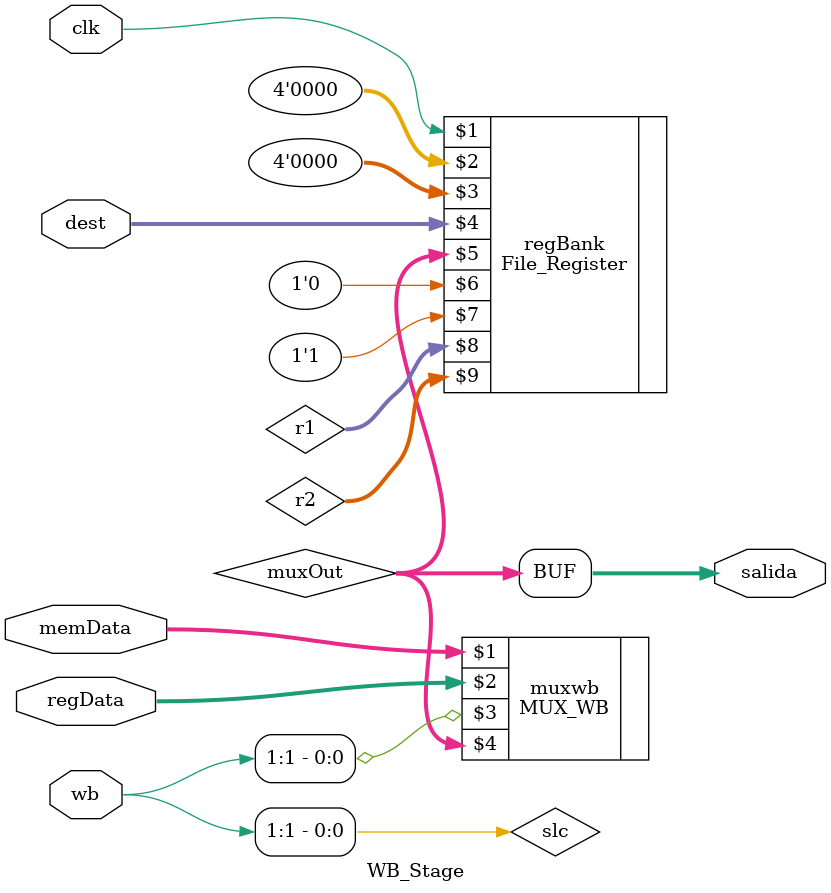
<source format=sv>
module WB_Stage (clk, dest ,memData, regData, wb, salida);
	input logic clk;
	input logic [3:0] dest;
	input logic [31:0] memData;
	input logic [31:0] regData;
	input logic [1:0] wb;
	
	output logic [31:0] salida;
	
	logic slc;
	logic [31:0] muxOut;
	logic [31:0] r1, r2;
	
	assign slc = wb[1];
	
	MUX_WB muxwb(memData, regData, slc, muxOut);
	File_Register regBank (clk, 4'b0, 4'b0, dest, muxOut, 1'b0, 1'b1, r1, r2);
	
	assign salida = muxOut; 
endmodule  
</source>
